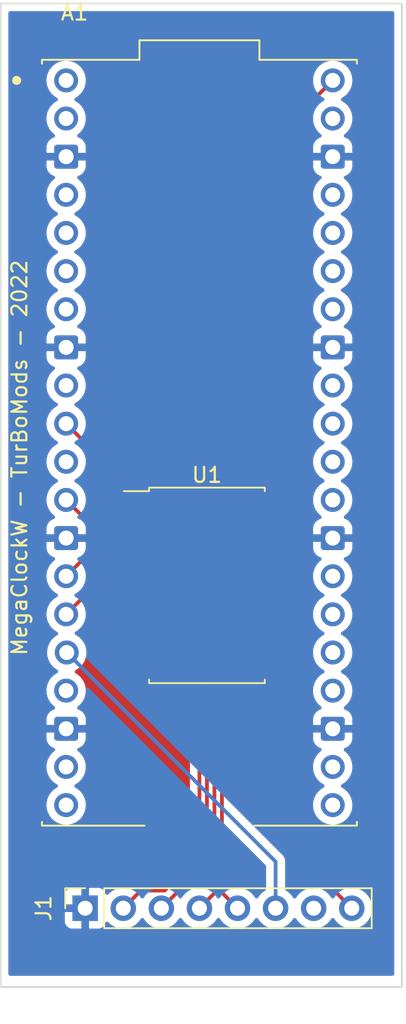
<source format=kicad_pcb>
(kicad_pcb (version 20211014) (generator pcbnew)
  (layers (0 "F.Cu" signal) (31 "B.Cu" signal) (34 "B.Paste" user) (35 "F.Paste" user) (36 "B.SilkS" user "B.Silkscreen") (37 "F.SilkS" user "F.Silkscreen") (38 "B.Mask" user) (39 "F.Mask" user) (44 "Edge.Cuts" user))
  (net 0 "")
  (net 1 "GND")
  (net 2 "/CPU_PAUSE")
  (net 3 "/CPU_RESET")
  (net 4 "/VIDEO_MODE")
  (net 5 "/LANG_MODE")
  (net 6 "+5V")
  (net 42 "/CPU_PIN_17")
  (net 43 "/MD_RESET")
  (net 44 "/JP3{slash}4")
  (net 45 "/JP1{slash}2")
  (net 46 "/CPU_PWM")
  (footprint "Connector_PinSocket_2.54mm:PinSocket_1x08_P2.54mm_Vertical" (layer "F.Cu") (at 174.38 119 90)
    (fp_text reference "J1" (at 0 -2.77 90) (layer "F.SilkS"))
    (fp_text value "Conn_01x08_Female")
    (fp_line (start 1.33 -1.33) (end 1.33 0) (layer "F.SilkS") (width 0.12))
    (fp_line (start 0 -1.33) (end 1.33 -1.33) (layer "F.SilkS") (width 0.12))
    (fp_line (start -1.33 1.27) (end 1.33 1.27) (layer "F.SilkS") (width 0.12))
    (fp_line (start -1.33 19.11) (end 1.33 19.11) (layer "F.SilkS") (width 0.12))
    (fp_line (start 1.33 1.27) (end 1.33 19.11) (layer "F.SilkS") (width 0.12))
    (fp_line (start -1.33 1.27) (end -1.33 19.11) (layer "F.SilkS") (width 0.12))
    (pad "1" thru_hole rect (at 0 0 90) (size 1.7 1.7) (drill 1) (layers *.Cu *.Mask) (net 1 "GND"))
    (pad "2" thru_hole oval (at 0 2.54 90) (size 1.7 1.7) (drill 1) (layers *.Cu *.Mask) (net 42 "/CPU_PIN_17"))
    (pad "3" thru_hole oval (at 0 5.08 90) (size 1.7 1.7) (drill 1) (layers *.Cu *.Mask) (net 43 "/MD_RESET"))
    (pad "4" thru_hole oval (at 0 7.62 90) (size 1.7 1.7) (drill 1) (layers *.Cu *.Mask) (net 44 "/JP3{slash}4"))
    (pad "5" thru_hole oval (at 0 10.16 90) (size 1.7 1.7) (drill 1) (layers *.Cu *.Mask) (net 45 "/JP1{slash}2"))
    (pad "6" thru_hole oval (at 0 12.7 90) (size 1.7 1.7) (drill 1) (layers *.Cu *.Mask) (net 46 "/CPU_PWM"))
    (pad "7" thru_hole oval (at 0 15.24 90) (size 1.7 1.7) (drill 1) (layers *.Cu *.Mask))
    (pad "8" thru_hole oval (at 0 17.78 90) (size 1.7 1.7) (drill 1) (layers *.Cu *.Mask) (net 6 "+5V"))
  )
  (footprint "rp2:MODULE_SC0918" (layer "F.Cu") (at 182 88)
    (fp_text reference "A1" (at -8.325 -28.635) (layer "F.SilkS"))
    (fp_text value "SC0918")
    (fp_line (start -10.5 25.5) (end -10.5 25.25) (layer "F.SilkS") (width 0.127))
    (fp_line (start 4 -25.5) (end 10.5 -25.5) (layer "F.SilkS") (width 0.127))
    (fp_line (start 10.5 -25.5) (end 10.5 -25.25) (layer "F.SilkS") (width 0.127))
    (fp_line (start -4 -26.8) (end 4 -26.8) (layer "F.SilkS") (width 0.127))
    (fp_line (start -3.66 25.5) (end -10.5 25.5) (layer "F.SilkS") (width 0.127))
    (fp_line (start -10.5 -25.5) (end -4 -25.5) (layer "F.SilkS") (width 0.127))
    (fp_line (start -4 -25.5) (end -4 -26.8) (layer "F.SilkS") (width 0.127))
    (fp_line (start 10.5 25.5) (end 3.66 25.5) (layer "F.SilkS") (width 0.127))
    (fp_line (start 4 -26.8) (end 4 -25.5) (layer "F.SilkS") (width 0.127))
    (fp_line (start -10.5 -25.25) (end -10.5 -25.5) (layer "F.SilkS") (width 0.127))
    (fp_line (start 10.5 25.5) (end 10.5 25.25) (layer "F.SilkS") (width 0.127))
    (fp_circle (center -12.19 -24.13) (end -11.99 -24.13) (layer "F.SilkS") (width 0.2) (fill solid))
    (pad "1" thru_hole circle (at -8.89 -24.13) (size 1.6 1.6) (drill 1) (layers *.Cu *.Mask))
    (pad "2" thru_hole circle (at -8.89 -21.59) (size 1.6 1.6) (drill 1) (layers *.Cu *.Mask))
    (pad "3" thru_hole roundrect (at -8.89 -19.05) (size 1.6 1.6) (drill 1) (layers *.Cu *.Mask) (roundrect_rratio 0.125) (net 1 "GND"))
    (pad "4" thru_hole circle (at -8.89 -16.51) (size 1.6 1.6) (drill 1) (layers *.Cu *.Mask))
    (pad "5" thru_hole circle (at -8.89 -13.97) (size 1.6 1.6) (drill 1) (layers *.Cu *.Mask))
    (pad "6" thru_hole circle (at -8.89 -11.43) (size 1.6 1.6) (drill 1) (layers *.Cu *.Mask))
    (pad "7" thru_hole circle (at -8.89 -8.89) (size 1.6 1.6) (drill 1) (layers *.Cu *.Mask))
    (pad "8" thru_hole roundrect (at -8.89 -6.35) (size 1.6 1.6) (drill 1) (layers *.Cu *.Mask) (roundrect_rratio 0.125) (net 1 "GND"))
    (pad "9" thru_hole circle (at -8.89 -3.81) (size 1.6 1.6) (drill 1) (layers *.Cu *.Mask))
    (pad "10" thru_hole circle (at -8.89 -1.27) (size 1.6 1.6) (drill 1) (layers *.Cu *.Mask) (net 2 "/CPU_PAUSE"))
    (pad "11" thru_hole circle (at -8.89 1.27) (size 1.6 1.6) (drill 1) (layers *.Cu *.Mask))
    (pad "12" thru_hole circle (at -8.89 3.81) (size 1.6 1.6) (drill 1) (layers *.Cu *.Mask) (net 3 "/CPU_RESET"))
    (pad "13" thru_hole roundrect (at -8.89 6.35) (size 1.6 1.6) (drill 1) (layers *.Cu *.Mask) (roundrect_rratio 0.125) (net 1 "GND"))
    (pad "14" thru_hole circle (at -8.89 8.89) (size 1.6 1.6) (drill 1) (layers *.Cu *.Mask) (net 4 "/VIDEO_MODE"))
    (pad "15" thru_hole circle (at -8.89 11.43) (size 1.6 1.6) (drill 1) (layers *.Cu *.Mask) (net 5 "/LANG_MODE"))
    (pad "16" thru_hole circle (at -8.848119 13.97) (size 1.6 1.6) (drill 1) (layers *.Cu *.Mask))
    (pad "17" thru_hole circle (at -8.89 16.51) (size 1.6 1.6) (drill 1) (layers *.Cu *.Mask))
    (pad "18" thru_hole roundrect (at -8.89 19.05) (size 1.6 1.6) (drill 1) (layers *.Cu *.Mask) (roundrect_rratio 0.125) (net 1 "GND"))
    (pad "19" thru_hole circle (at -8.89 21.59) (size 1.6 1.6) (drill 1) (layers *.Cu *.Mask))
    (pad "20" thru_hole circle (at -8.89 24.13) (size 1.6 1.6) (drill 1) (layers *.Cu *.Mask))
    (pad "21" thru_hole circle (at 8.89 24.13) (size 1.6 1.6) (drill 1) (layers *.Cu *.Mask))
    (pad "22" thru_hole circle (at 8.89 21.59) (size 1.6 1.6) (drill 1) (layers *.Cu *.Mask))
    (pad "23" thru_hole roundrect (at 8.89 19.05) (size 1.6 1.6) (drill 1) (layers *.Cu *.Mask) (roundrect_rratio 0.125) (net 1 "GND"))
    (pad "24" thru_hole circle (at 8.89 16.51) (size 1.6 1.6) (drill 1) (layers *.Cu *.Mask))
    (pad "25" thru_hole circle (at 8.89 13.97) (size 1.6 1.6) (drill 1) (layers *.Cu *.Mask))
    (pad "26" thru_hole circle (at 8.89 11.43) (size 1.6 1.6) (drill 1) (layers *.Cu *.Mask))
    (pad "27" thru_hole circle (at 8.89 8.89) (size 1.6 1.6) (drill 1) (layers *.Cu *.Mask))
    (pad "28" thru_hole roundrect (at 8.89 6.35) (size 1.6 1.6) (drill 1) (layers *.Cu *.Mask) (roundrect_rratio 0.125) (net 1 "GND"))
    (pad "29" thru_hole circle (at 8.89 3.81) (size 1.6 1.6) (drill 1) (layers *.Cu *.Mask))
    (pad "30" thru_hole circle (at 8.89 1.27) (size 1.6 1.6) (drill 1) (layers *.Cu *.Mask))
    (pad "31" thru_hole circle (at 8.89 -1.27) (size 1.6 1.6) (drill 1) (layers *.Cu *.Mask))
    (pad "32" thru_hole circle (at 8.89 -3.81) (size 1.6 1.6) (drill 1) (layers *.Cu *.Mask))
    (pad "33" thru_hole roundrect (at 8.89 -6.35) (size 1.6 1.6) (drill 1) (layers *.Cu *.Mask) (roundrect_rratio 0.125) (net 1 "GND"))
    (pad "34" thru_hole circle (at 8.89 -8.89) (size 1.6 1.6) (drill 1) (layers *.Cu *.Mask))
    (pad "35" thru_hole circle (at 8.89 -11.43) (size 1.6 1.6) (drill 1) (layers *.Cu *.Mask))
    (pad "36" thru_hole circle (at 8.89 -13.97) (size 1.6 1.6) (drill 1) (layers *.Cu *.Mask))
    (pad "37" thru_hole circle (at 8.89 -16.51) (size 1.6 1.6) (drill 1) (layers *.Cu *.Mask))
    (pad "38" thru_hole roundrect (at 8.89 -19.05) (size 1.6 1.6) (drill 1) (layers *.Cu *.Mask) (roundrect_rratio 0.125) (net 1 "GND"))
    (pad "39" thru_hole circle (at 8.89 -21.59) (size 1.6 1.6) (drill 1) (layers *.Cu *.Mask))
    (pad "40" thru_hole circle (at 8.89 -24.13) (size 1.6 1.6) (drill 1) (layers *.Cu *.Mask) (net 6 "+5V"))
  )
  (footprint "Package_SO:SOP-20_7.5x12.8mm_P1.27mm" (layer "F.Cu") (at 182.5 97.5)
    (fp_text reference "U1" (at 0 -7.35) (layer "F.SilkS"))
    (fp_text value "74HC245")
    (fp_line (start 3.86 -6.51) (end 3.86 -6.275) (layer "F.SilkS") (width 0.12))
    (fp_line (start 0 -6.51) (end -3.86 -6.51) (layer "F.SilkS") (width 0.12))
    (fp_line (start 0 6.51) (end -3.86 6.51) (layer "F.SilkS") (width 0.12))
    (fp_line (start 0 -6.51) (end 3.86 -6.51) (layer "F.SilkS") (width 0.12))
    (fp_line (start -3.86 -6.51) (end -3.86 -6.275) (layer "F.SilkS") (width 0.12))
    (fp_line (start -3.86 -6.275) (end -5.55 -6.275) (layer "F.SilkS") (width 0.12))
    (fp_line (start 3.86 6.51) (end 3.86 6.275) (layer "F.SilkS") (width 0.12))
    (fp_line (start -3.86 6.51) (end -3.86 6.275) (layer "F.SilkS") (width 0.12))
    (fp_line (start 0 6.51) (end 3.86 6.51) (layer "F.SilkS") (width 0.12))
    (pad "1" smd roundrect (at -4.6 -5.715) (size 1.9 0.6) (layers "F.Cu" "F.Paste" "F.Mask") (net 6 "+5V"))
    (pad "2" smd roundrect (at -4.6 -4.445) (size 1.9 0.6) (layers "F.Cu" "F.Paste" "F.Mask") (net 2 "/CPU_PAUSE"))
    (pad "3" smd roundrect (at -4.6 -3.175) (size 1.9 0.6) (layers "F.Cu" "F.Paste" "F.Mask") (net 3 "/CPU_RESET"))
    (pad "4" smd roundrect (at -4.6 -1.905) (size 1.9 0.6) (layers "F.Cu" "F.Paste" "F.Mask") (net 4 "/VIDEO_MODE"))
    (pad "5" smd roundrect (at -4.6 -0.635) (size 1.9 0.6) (layers "F.Cu" "F.Paste" "F.Mask") (net 5 "/LANG_MODE"))
    (pad "6" smd roundrect (at -4.6 0.635) (size 1.9 0.6) (layers "F.Cu" "F.Paste" "F.Mask"))
    (pad "7" smd roundrect (at -4.6 1.905) (size 1.9 0.6) (layers "F.Cu" "F.Paste" "F.Mask"))
    (pad "8" smd roundrect (at -4.6 3.175) (size 1.9 0.6) (layers "F.Cu" "F.Paste" "F.Mask"))
    (pad "9" smd roundrect (at -4.6 4.445) (size 1.9 0.6) (layers "F.Cu" "F.Paste" "F.Mask"))
    (pad "10" smd roundrect (at -4.6 5.715) (size 1.9 0.6) (layers "F.Cu" "F.Paste" "F.Mask") (net 1 "GND"))
    (pad "11" smd roundrect (at 4.6 5.715) (size 1.9 0.6) (layers "F.Cu" "F.Paste" "F.Mask"))
    (pad "12" smd roundrect (at 4.6 4.445) (size 1.9 0.6) (layers "F.Cu" "F.Paste" "F.Mask"))
    (pad "13" smd roundrect (at 4.6 3.175) (size 1.9 0.6) (layers "F.Cu" "F.Paste" "F.Mask"))
    (pad "14" smd roundrect (at 4.6 1.905) (size 1.9 0.6) (layers "F.Cu" "F.Paste" "F.Mask"))
    (pad "15" smd roundrect (at 4.6 0.635) (size 1.9 0.6) (layers "F.Cu" "F.Paste" "F.Mask") (net 45 "/JP1{slash}2"))
    (pad "16" smd roundrect (at 4.6 -0.635) (size 1.9 0.6) (layers "F.Cu" "F.Paste" "F.Mask") (net 44 "/JP3{slash}4"))
    (pad "17" smd roundrect (at 4.6 -1.905) (size 1.9 0.6) (layers "F.Cu" "F.Paste" "F.Mask") (net 43 "/MD_RESET"))
    (pad "18" smd roundrect (at 4.6 -3.175) (size 1.9 0.6) (layers "F.Cu" "F.Paste" "F.Mask") (net 42 "/CPU_PIN_17"))
    (pad "19" smd roundrect (at 4.6 -4.445) (size 1.9 0.6) (layers "F.Cu" "F.Paste" "F.Mask") (net 1 "GND"))
    (pad "20" smd roundrect (at 4.6 -5.715) (size 1.9 0.6) (layers "F.Cu" "F.Paste" "F.Mask") (net 6 "+5V"))
  )
  (gr_rect (start 168.75 58.75) (end 195.5 124.25) (layer "Edge.Cuts") (width 0.1) (fill none))
  (gr_text "MegaClockW - TurBoMods - 2022" (at 170 89 90) (layer "F.SilkS") (effects (font (size 1 1))))
  (segment (start 174.75 91.5) (end 176.305 93.055) (width 0.25) (layer "F.Cu") (net 2))
  (segment (start 176.305 93.055) (end 177.85 93.055) (width 0.25) (layer "F.Cu") (net 2))
  (segment (start 174.75 88.37) (end 174.75 91.5) (width 0.25) (layer "F.Cu") (net 2))
  (segment (start 173.11 86.73) (end 174.75 88.37) (width 0.25) (layer "F.Cu") (net 2))
  (segment (start 173.11 91.81) (end 175.625 94.325) (width 0.25) (layer "F.Cu") (net 3))
  (segment (start 175.625 94.325) (end 177.85 94.325) (width 0.25) (layer "F.Cu") (net 3))
  (segment (start 174.405 95.595) (end 177.85 95.595) (width 0.25) (layer "F.Cu") (net 4))
  (segment (start 173.11 96.89) (end 174.405 95.595) (width 0.25) (layer "F.Cu") (net 4))
  (segment (start 173.11 99.43) (end 175.675 96.865) (width 0.25) (layer "F.Cu") (net 5))
  (segment (start 175.675 96.865) (end 177.85 96.865) (width 0.25) (layer "F.Cu") (net 5))
  (segment (start 187.15 91.785) (end 185.715 91.785) (width 0.25) (layer "F.Cu") (net 6))
  (segment (start 189 115.84) (end 192.16 119) (width 0.25) (layer "F.Cu") (net 6))
  (segment (start 187.15 91.785) (end 187.576751 91.785) (width 0.25) (layer "F.Cu") (net 6))
  (segment (start 190.89 63.87) (end 188.5 66.26) (width 0.25) (layer "F.Cu") (net 6))
  (segment (start 187.576751 91.785) (end 189 93.208249) (width 0.25) (layer "F.Cu") (net 6))
  (segment (start 177.85 91.785) (end 187.15 91.785) (width 0.25) (layer "F.Cu") (net 6))
  (segment (start 188.5 66.26) (end 188.5 91.5) (width 0.25) (layer "F.Cu") (net 6))
  (segment (start 189 93.208249) (end 189 115.84) (width 0.25) (layer "F.Cu") (net 6))
  (segment (start 188.5 91.5) (end 188.215 91.785) (width 0.25) (layer "F.Cu") (net 6))
  (segment (start 188.215 91.785) (end 187.15 91.785) (width 0.25) (layer "F.Cu") (net 6))
  (segment (start 187.15 94.325) (end 186.675 94.325) (width 0.25) (layer "F.Cu") (net 42))
  (segment (start 178.095 117.825) (end 176.92 119) (width 0.25) (layer "F.Cu") (net 42))
  (segment (start 187.15 94.325) (end 186.175 94.325) (width 0.25) (layer "F.Cu") (net 42))
  (segment (start 186.175 94.325) (end 182 98.5) (width 0.25) (layer "F.Cu") (net 42))
  (segment (start 179.675 117.825) (end 178.095 117.825) (width 0.25) (layer "F.Cu") (net 42))
  (segment (start 182 115.5) (end 179.675 117.825) (width 0.25) (layer "F.Cu") (net 42))
  (segment (start 182 98.5) (end 182 115.5) (width 0.25) (layer "F.Cu") (net 42))
  (segment (start 182.5 115.96) (end 179.46 119) (width 0.25) (layer "F.Cu") (net 43))
  (segment (start 185.905 95.595) (end 182.5 99) (width 0.25) (layer "F.Cu") (net 43))
  (segment (start 187.15 95.595) (end 185.905 95.595) (width 0.25) (layer "F.Cu") (net 43))
  (segment (start 182.5 99) (end 182.5 115.96) (width 0.25) (layer "F.Cu") (net 43))
  (segment (start 183 99.5) (end 183 118) (width 0.25) (layer "F.Cu") (net 44))
  (segment (start 185.635 96.865) (end 183 99.5) (width 0.25) (layer "F.Cu") (net 44))
  (segment (start 183 118) (end 182 119) (width 0.25) (layer "F.Cu") (net 44))
  (segment (start 187.15 96.865) (end 185.635 96.865) (width 0.25) (layer "F.Cu") (net 44))
  (segment (start 183.5 101.358249) (end 186.723249 98.135) (width 0.25) (layer "F.Cu") (net 45))
  (segment (start 183.5 117.96) (end 183.5 101.358249) (width 0.25) (layer "F.Cu") (net 45))
  (segment (start 184.54 119) (end 183.5 117.96) (width 0.25) (layer "F.Cu") (net 45))
  (segment (start 173.151881 101.97) (end 187.08 115.898119) (width 0.25) (layer "B.Cu") (net 46))
  (segment (start 187.08 115.898119) (end 187.08 119) (width 0.25) (layer "B.Cu") (net 46))
  (zone (net 1) (net_name "GND") (layers F&B.Cu) (connect_pads (clearance 0.508)) (min_thickness 0.254) (fill yes (thermal_gap 0.508) (thermal_bridge_width 0.508))
    (polygon (pts (xy 195 123.5) (xy 169 123.5) (xy 169 59) (xy 195 59)))
  )
)
</source>
